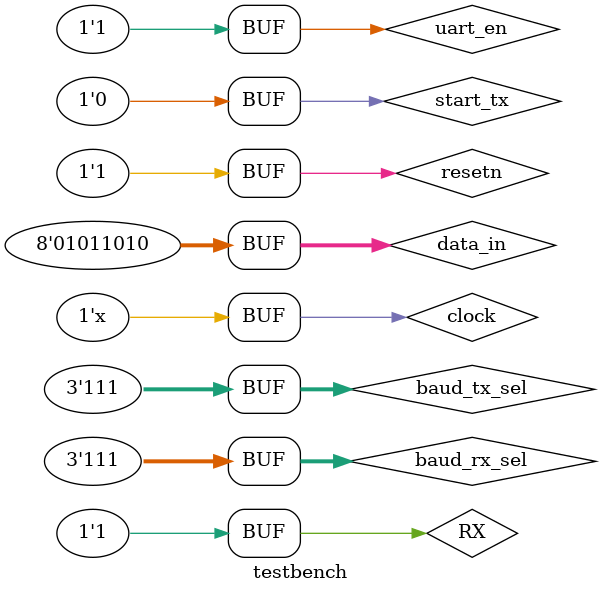
<source format=v>
module testbench();
	 reg 			clock;
	 reg 			resetn;
	// from reg
	 reg 			uart_en;
	 reg [2:0]		baud_tx_sel;
	 reg [2:0]		baud_rx_sel;
	 reg 			start_tx;
	 reg [7:0]		data_in;
	//to wire 
	 wire 			rec_valid;
	 wire [7:0] 	rec_data;
	// UART 
	 wire 			TX;
	 reg 			RX;
	 
	uart_ip dut (
		clock,
		resetn,
		uart_en,
		baud_rx_sel,
		baud_tx_sel,
		start_tx,
		data_in,
		rec_valid,
		rec_data,
		tx_done,
		TX,
		RX
	); 
	
	initial begin
		clock 		= 1'b0;
		resetn 		= 1'b0;
		uart_en 	= 1'b1;
		baud_tx_sel 	= 3'b111;
		baud_rx_sel 	= 3'b111;
		start_tx	= 1'b0;
		data_in		= 7'h5a;	
		RX 			= 1'b1;
	end
	
	// clock gen
	always begin
		#5; clock  = ~clock;
	end
	
	// 
	initial begin 
	#10000; resetn 	= 1'b1;
	#100; start_tx 	= 1'b1;
	#30;  start_tx	= 1'b0;
		
	end
	 
endmodule
</source>
